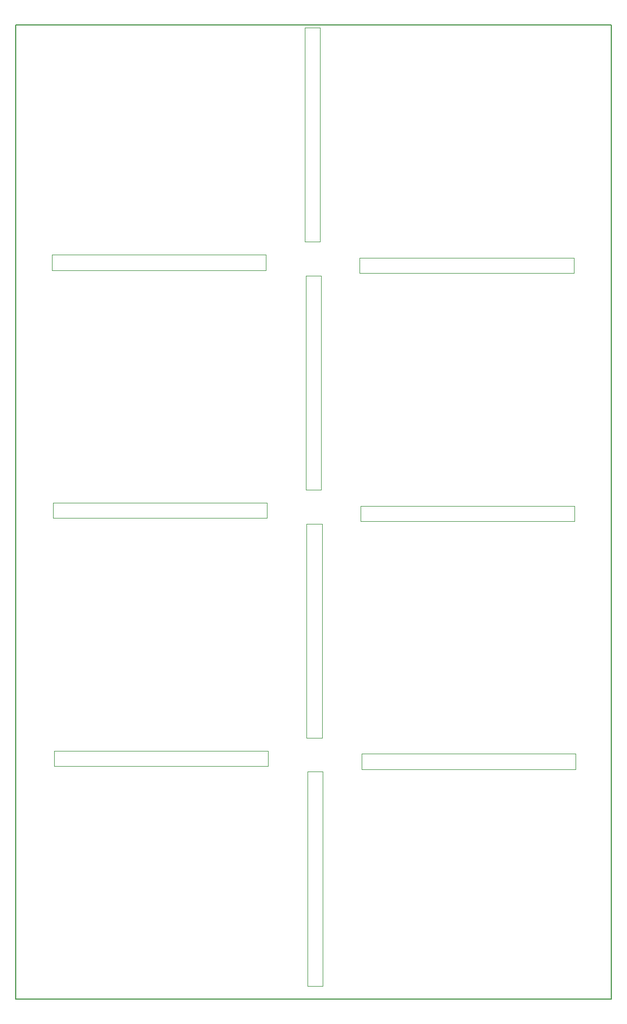
<source format=gbr>
%TF.GenerationSoftware,KiCad,Pcbnew,8.0.5*%
%TF.CreationDate,2024-12-11T00:22:58+01:00*%
%TF.ProjectId,rtc-module-kicad,7274632d-6d6f-4647-956c-652d6b696361,rev?*%
%TF.SameCoordinates,Original*%
%TF.FileFunction,Profile,NP*%
%FSLAX46Y46*%
G04 Gerber Fmt 4.6, Leading zero omitted, Abs format (unit mm)*
G04 Created by KiCad (PCBNEW 8.0.5) date 2024-12-11 00:22:58*
%MOMM*%
%LPD*%
G01*
G04 APERTURE LIST*
%TA.AperFunction,Profile*%
%ADD10C,0.050000*%
%TD*%
%TA.AperFunction,Profile*%
%ADD11C,0.200000*%
%TD*%
G04 APERTURE END LIST*
D10*
X116535200Y-66649600D02*
X150012400Y-66649600D01*
X150012400Y-69037200D01*
X116535200Y-69037200D01*
X116535200Y-66649600D01*
X68427600Y-66192400D02*
X101904800Y-66192400D01*
X101904800Y-68580000D01*
X68427600Y-68580000D01*
X68427600Y-66192400D01*
X108102400Y-69443600D02*
X110490000Y-69443600D01*
X110490000Y-102920800D01*
X108102400Y-102920800D01*
X108102400Y-69443600D01*
X107950000Y-30683200D02*
X110337600Y-30683200D01*
X110337600Y-64160400D01*
X107950000Y-64160400D01*
X107950000Y-30683200D01*
X116687600Y-105410000D02*
X150164800Y-105410000D01*
X150164800Y-107797600D01*
X116687600Y-107797600D01*
X116687600Y-105410000D01*
X68580000Y-104952800D02*
X102057200Y-104952800D01*
X102057200Y-107340400D01*
X68580000Y-107340400D01*
X68580000Y-104952800D01*
X108254800Y-108204000D02*
X110642400Y-108204000D01*
X110642400Y-141681200D01*
X108254800Y-141681200D01*
X108254800Y-108204000D01*
X116840000Y-144170400D02*
X150317200Y-144170400D01*
X150317200Y-146558000D01*
X116840000Y-146558000D01*
X116840000Y-144170400D01*
X108407200Y-146964400D02*
X110794800Y-146964400D01*
X110794800Y-180441600D01*
X108407200Y-180441600D01*
X108407200Y-146964400D01*
X68732400Y-143713200D02*
X102209600Y-143713200D01*
X102209600Y-146100800D01*
X68732400Y-146100800D01*
X68732400Y-143713200D01*
D11*
X62738000Y-30276800D02*
X155905200Y-30276800D01*
X155905200Y-182473600D01*
X62738000Y-182473600D01*
X62738000Y-30276800D01*
M02*

</source>
